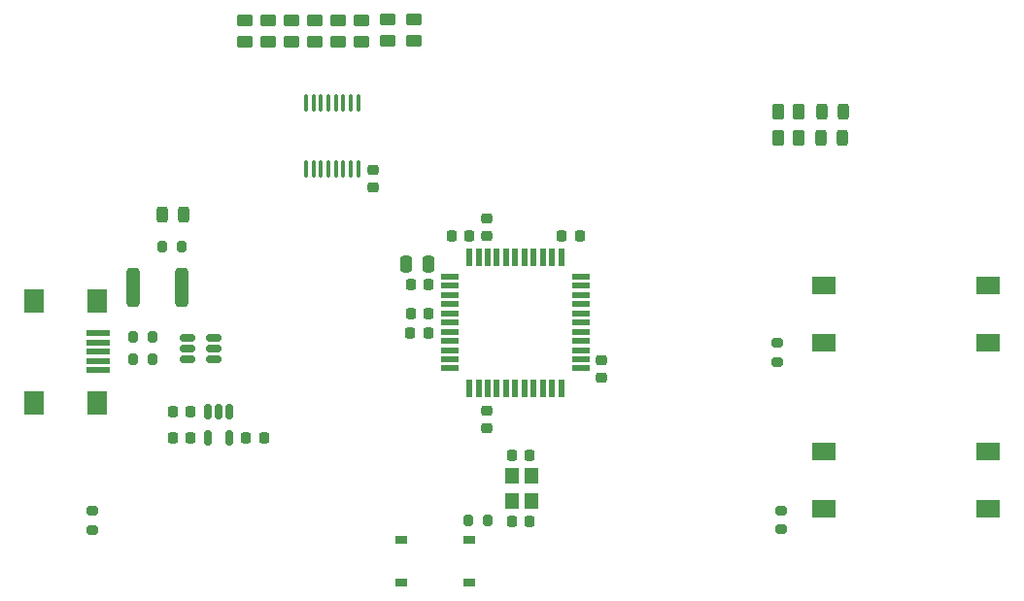
<source format=gbr>
%TF.GenerationSoftware,KiCad,Pcbnew,7.0.1-0*%
%TF.CreationDate,2023-04-21T07:07:00-06:00*%
%TF.ProjectId,PhaseB_Prototype,50686173-6542-45f5-9072-6f746f747970,rev?*%
%TF.SameCoordinates,Original*%
%TF.FileFunction,Paste,Top*%
%TF.FilePolarity,Positive*%
%FSLAX46Y46*%
G04 Gerber Fmt 4.6, Leading zero omitted, Abs format (unit mm)*
G04 Created by KiCad (PCBNEW 7.0.1-0) date 2023-04-21 07:07:00*
%MOMM*%
%LPD*%
G01*
G04 APERTURE LIST*
G04 Aperture macros list*
%AMRoundRect*
0 Rectangle with rounded corners*
0 $1 Rounding radius*
0 $2 $3 $4 $5 $6 $7 $8 $9 X,Y pos of 4 corners*
0 Add a 4 corners polygon primitive as box body*
4,1,4,$2,$3,$4,$5,$6,$7,$8,$9,$2,$3,0*
0 Add four circle primitives for the rounded corners*
1,1,$1+$1,$2,$3*
1,1,$1+$1,$4,$5*
1,1,$1+$1,$6,$7*
1,1,$1+$1,$8,$9*
0 Add four rect primitives between the rounded corners*
20,1,$1+$1,$2,$3,$4,$5,0*
20,1,$1+$1,$4,$5,$6,$7,0*
20,1,$1+$1,$6,$7,$8,$9,0*
20,1,$1+$1,$8,$9,$2,$3,0*%
G04 Aperture macros list end*
%ADD10RoundRect,0.200000X0.200000X0.275000X-0.200000X0.275000X-0.200000X-0.275000X0.200000X-0.275000X0*%
%ADD11RoundRect,0.225000X0.250000X-0.225000X0.250000X0.225000X-0.250000X0.225000X-0.250000X-0.225000X0*%
%ADD12RoundRect,0.225000X0.225000X0.250000X-0.225000X0.250000X-0.225000X-0.250000X0.225000X-0.250000X0*%
%ADD13RoundRect,0.225000X-0.225000X-0.250000X0.225000X-0.250000X0.225000X0.250000X-0.225000X0.250000X0*%
%ADD14RoundRect,0.250000X0.450000X-0.262500X0.450000X0.262500X-0.450000X0.262500X-0.450000X-0.262500X0*%
%ADD15RoundRect,0.243750X0.243750X0.456250X-0.243750X0.456250X-0.243750X-0.456250X0.243750X-0.456250X0*%
%ADD16RoundRect,0.250000X-0.262500X-0.450000X0.262500X-0.450000X0.262500X0.450000X-0.262500X0.450000X0*%
%ADD17RoundRect,0.150000X-0.512500X-0.150000X0.512500X-0.150000X0.512500X0.150000X-0.512500X0.150000X0*%
%ADD18RoundRect,0.150000X-0.150000X0.512500X-0.150000X-0.512500X0.150000X-0.512500X0.150000X0.512500X0*%
%ADD19R,2.000000X1.500000*%
%ADD20RoundRect,0.100000X-0.100000X0.637500X-0.100000X-0.637500X0.100000X-0.637500X0.100000X0.637500X0*%
%ADD21RoundRect,0.250000X0.250000X0.475000X-0.250000X0.475000X-0.250000X-0.475000X0.250000X-0.475000X0*%
%ADD22RoundRect,0.200000X-0.200000X-0.275000X0.200000X-0.275000X0.200000X0.275000X-0.200000X0.275000X0*%
%ADD23RoundRect,0.225000X-0.250000X0.225000X-0.250000X-0.225000X0.250000X-0.225000X0.250000X0.225000X0*%
%ADD24R,1.500000X0.550000*%
%ADD25R,0.550000X1.500000*%
%ADD26RoundRect,0.200000X0.275000X-0.200000X0.275000X0.200000X-0.275000X0.200000X-0.275000X-0.200000X0*%
%ADD27R,1.200000X1.400000*%
%ADD28RoundRect,0.250000X-0.312500X-1.450000X0.312500X-1.450000X0.312500X1.450000X-0.312500X1.450000X0*%
%ADD29R,1.000000X0.700000*%
%ADD30R,2.000000X0.500000*%
%ADD31R,1.700000X2.000000*%
G04 APERTURE END LIST*
D10*
%TO.C,R14*%
X91249000Y-67818000D03*
X89599000Y-67818000D03*
%TD*%
D11*
%TO.C,C15*%
X107966820Y-61092142D03*
X107966820Y-62642142D03*
%TD*%
D12*
%TO.C,C2*%
X121635189Y-91780601D03*
X120085189Y-91780601D03*
%TD*%
D13*
%TO.C,C1*%
X120053441Y-85988865D03*
X121603441Y-85988865D03*
%TD*%
D14*
%TO.C,R5*%
X111506000Y-48006000D03*
X111506000Y-49831000D03*
%TD*%
D15*
%TO.C,D3*%
X91440000Y-65024000D03*
X89565000Y-65024000D03*
%TD*%
D14*
%TO.C,R12*%
X96774000Y-48109500D03*
X96774000Y-49934500D03*
%TD*%
D10*
%TO.C,R16*%
X88709000Y-75710000D03*
X87059000Y-75710000D03*
%TD*%
D16*
%TO.C,R3*%
X143247085Y-56033813D03*
X145072085Y-56033813D03*
%TD*%
D17*
%TO.C,U4*%
X91783751Y-75721955D03*
X91783751Y-76671955D03*
X91783751Y-77621955D03*
X94058751Y-77621955D03*
X94058751Y-76671955D03*
X94058751Y-75721955D03*
%TD*%
D18*
%TO.C,U5*%
X95438000Y-82174500D03*
X94488000Y-82174500D03*
X93538000Y-82174500D03*
X93538000Y-84449500D03*
X95438000Y-84449500D03*
%TD*%
D14*
%TO.C,R10*%
X100838000Y-48109500D03*
X100838000Y-49934500D03*
%TD*%
D19*
%TO.C,S1*%
X161582000Y-90638000D03*
X147282000Y-90638000D03*
X161582000Y-85638000D03*
X147282000Y-85638000D03*
%TD*%
D20*
%TO.C,U2*%
X106669000Y-61028500D03*
X106019000Y-61028500D03*
X105369000Y-61028500D03*
X104719000Y-61028500D03*
X104069000Y-61028500D03*
X103419000Y-61028500D03*
X102769000Y-61028500D03*
X102119000Y-61028500D03*
X102119000Y-55303500D03*
X102769000Y-55303500D03*
X103419000Y-55303500D03*
X104069000Y-55303500D03*
X104719000Y-55303500D03*
X105369000Y-55303500D03*
X106019000Y-55303500D03*
X106669000Y-55303500D03*
%TD*%
D21*
%TO.C,C4*%
X112778369Y-69342000D03*
X110878369Y-69342000D03*
%TD*%
D13*
%TO.C,C3*%
X124413154Y-66874511D03*
X125963154Y-66874511D03*
%TD*%
D14*
%TO.C,R6*%
X109220000Y-48006000D03*
X109220000Y-49831000D03*
%TD*%
D22*
%TO.C,R13*%
X116269000Y-91694000D03*
X117919000Y-91694000D03*
%TD*%
D23*
%TO.C,C8*%
X127880856Y-79215952D03*
X127880856Y-77665952D03*
%TD*%
D12*
%TO.C,C10*%
X112789000Y-73660000D03*
X111239000Y-73660000D03*
%TD*%
D15*
%TO.C,D2*%
X148895000Y-58310000D03*
X147020000Y-58310000D03*
%TD*%
D11*
%TO.C,C11*%
X117852224Y-66859263D03*
X117852224Y-65309263D03*
%TD*%
D12*
%TO.C,C7*%
X112768199Y-75315721D03*
X111218199Y-75315721D03*
%TD*%
D24*
%TO.C,U3*%
X114660000Y-70420000D03*
X114660000Y-71220000D03*
X114660000Y-72020000D03*
X114660000Y-72820000D03*
X114660000Y-73620000D03*
X114660000Y-74420000D03*
X114660000Y-75220000D03*
X114660000Y-76020000D03*
X114660000Y-76820000D03*
X114660000Y-77620000D03*
X114660000Y-78420000D03*
D25*
X116360000Y-80120000D03*
X117160000Y-80120000D03*
X117960000Y-80120000D03*
X118760000Y-80120000D03*
X119560000Y-80120000D03*
X120360000Y-80120000D03*
X121160000Y-80120000D03*
X121960000Y-80120000D03*
X122760000Y-80120000D03*
X123560000Y-80120000D03*
X124360000Y-80120000D03*
D24*
X126060000Y-78420000D03*
X126060000Y-77620000D03*
X126060000Y-76820000D03*
X126060000Y-76020000D03*
X126060000Y-75220000D03*
X126060000Y-74420000D03*
X126060000Y-73620000D03*
X126060000Y-72820000D03*
X126060000Y-72020000D03*
X126060000Y-71220000D03*
X126060000Y-70420000D03*
D25*
X124360000Y-68720000D03*
X123560000Y-68720000D03*
X122760000Y-68720000D03*
X121960000Y-68720000D03*
X121160000Y-68720000D03*
X120360000Y-68720000D03*
X119560000Y-68720000D03*
X118760000Y-68720000D03*
X117960000Y-68720000D03*
X117160000Y-68720000D03*
X116360000Y-68720000D03*
%TD*%
D26*
%TO.C,R1*%
X143510000Y-90806000D03*
X143510000Y-92456000D03*
%TD*%
D15*
%TO.C,D1*%
X148973500Y-56024000D03*
X147098500Y-56024000D03*
%TD*%
D12*
%TO.C,C12*%
X92054805Y-84476254D03*
X90504805Y-84476254D03*
%TD*%
D14*
%TO.C,R9*%
X102870000Y-48109500D03*
X102870000Y-49934500D03*
%TD*%
D27*
%TO.C,Y1*%
X121754000Y-90000000D03*
X121754000Y-87800000D03*
X120054000Y-87800000D03*
X120054000Y-90000000D03*
%TD*%
D13*
%TO.C,C14*%
X96900048Y-84493218D03*
X98450048Y-84493218D03*
%TD*%
D12*
%TO.C,C13*%
X92065448Y-82152253D03*
X90515448Y-82152253D03*
%TD*%
D16*
%TO.C,R4*%
X143264647Y-58354301D03*
X145089647Y-58354301D03*
%TD*%
D26*
%TO.C,R2*%
X143217601Y-77846693D03*
X143217601Y-76196693D03*
%TD*%
%TO.C,R17*%
X83490000Y-90859000D03*
X83490000Y-92509000D03*
%TD*%
D23*
%TO.C,C9*%
X117910193Y-82101325D03*
X117910193Y-83651325D03*
%TD*%
D28*
%TO.C,F1*%
X87016500Y-71374000D03*
X91291500Y-71374000D03*
%TD*%
D12*
%TO.C,C6*%
X112789000Y-71120000D03*
X111239000Y-71120000D03*
%TD*%
D14*
%TO.C,R11*%
X98806000Y-48109500D03*
X98806000Y-49934500D03*
%TD*%
D29*
%TO.C,S3*%
X110379500Y-93400000D03*
X116379500Y-93400000D03*
X110379500Y-97100000D03*
X116379500Y-97100000D03*
%TD*%
D30*
%TO.C,J1*%
X83980000Y-75362000D03*
X83980000Y-76162000D03*
X83980000Y-76962000D03*
X83980000Y-77762000D03*
X83980000Y-78562000D03*
D31*
X83880000Y-72512000D03*
X78430000Y-72512000D03*
X83880000Y-81412000D03*
X78430000Y-81412000D03*
%TD*%
D10*
%TO.C,R15*%
X88709000Y-77597494D03*
X87059000Y-77597494D03*
%TD*%
D12*
%TO.C,C5*%
X116345000Y-66842000D03*
X114795000Y-66842000D03*
%TD*%
D14*
%TO.C,R7*%
X106934000Y-48109500D03*
X106934000Y-49934500D03*
%TD*%
%TO.C,R8*%
X104902000Y-48109500D03*
X104902000Y-49934500D03*
%TD*%
D19*
%TO.C,S2*%
X161582000Y-76160000D03*
X147282000Y-76160000D03*
X161582000Y-71160000D03*
X147282000Y-71160000D03*
%TD*%
M02*

</source>
